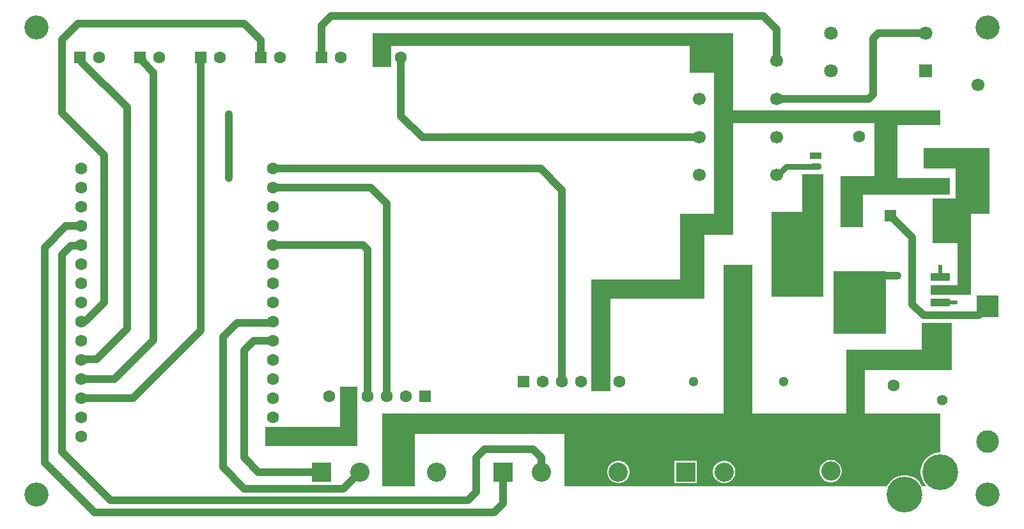
<source format=gbr>
%TF.GenerationSoftware,Altium Limited,Altium Designer,21.4.1 (30)*%
G04 Layer_Physical_Order=1*
G04 Layer_Color=255*
%FSLAX45Y45*%
%MOMM*%
%TF.SameCoordinates,B516314B-6D7E-4A12-AF4E-A3036E98B02D*%
%TF.FilePolarity,Positive*%
%TF.FileFunction,Copper,L1,Top,Signal*%
%TF.Part,Single*%
G01*
G75*
%TA.AperFunction,SMDPad,CuDef*%
%ADD10R,2.50000X1.02000*%
%ADD11R,6.99000X8.33000*%
%TA.AperFunction,Conductor*%
%ADD12C,1.00000*%
%ADD13C,0.50000*%
%ADD14C,0.80000*%
%TA.AperFunction,ComponentPad*%
%ADD15R,1.60000X0.90000*%
%ADD16O,1.60000X0.90000*%
%ADD17R,1.60000X1.60000*%
%ADD18C,1.60000*%
%ADD19R,2.55000X2.55000*%
%ADD20C,2.55000*%
%ADD21C,5.46000*%
%ADD22C,4.74000*%
%ADD23C,1.30000*%
%ADD24C,1.90000*%
%ADD25R,1.60000X1.60000*%
%ADD26C,1.70000*%
%ADD27C,3.20000*%
%ADD28C,1.80000*%
%ADD29R,1.80000X1.80000*%
%ADD30C,1.40000*%
%ADD31C,1.26900*%
%ADD32R,2.99999X2.99999*%
%ADD33C,2.99999*%
%TA.AperFunction,ViaPad*%
%ADD34C,0.60000*%
G36*
X9625000Y5500000D02*
X12375000D01*
Y5300000D01*
X11800000D01*
Y4600000D01*
X12500000D01*
Y4375000D01*
X11350000D01*
Y3950000D01*
X11050000D01*
Y4600000D01*
Y4625000D01*
X11500000D01*
Y5325000D01*
X9625000D01*
Y3850000D01*
X9250000D01*
Y3250000D01*
Y3000000D01*
X8000000D01*
Y1775000D01*
X7750000D01*
Y3250000D01*
X8925000D01*
Y4125000D01*
X9375000D01*
Y6000000D01*
X9050000D01*
Y6350000D01*
X5100000D01*
Y6075000D01*
X4850000D01*
Y6525000D01*
X9625000D01*
Y5500000D01*
D02*
G37*
G36*
X13025000Y4125000D02*
X12776200D01*
Y3048000D01*
X12242800D01*
Y3175000D01*
X12598400D01*
Y3733800D01*
X12268200D01*
Y4125000D01*
Y4325000D01*
X12575000D01*
Y4725000D01*
X12150000D01*
Y5000000D01*
X13025000D01*
Y4125000D01*
D02*
G37*
G36*
X10825000Y3025000D02*
X10134600D01*
Y4150000D01*
X10543540D01*
Y4653280D01*
X10825000D01*
Y3025000D01*
D02*
G37*
G36*
X4648200Y1041400D02*
X3429000D01*
Y1295400D01*
X4419600D01*
Y1828800D01*
X4648200D01*
Y1041400D01*
D02*
G37*
G36*
X9881000Y1473200D02*
X11125000D01*
Y2325000D01*
X12125000D01*
Y2675000D01*
X12525000D01*
Y2050000D01*
X11375000D01*
Y1473200D01*
X12375000D01*
Y957000D01*
X12344688D01*
X12295036Y947124D01*
X12248265Y927751D01*
X12206172Y899625D01*
X12170375Y863828D01*
X12142250Y821735D01*
X12122876Y774964D01*
X12113000Y725312D01*
Y674688D01*
X12122876Y625036D01*
X12142250Y578265D01*
X12170375Y536172D01*
X12186814Y519733D01*
X12181954Y508000D01*
X12133440D01*
X12127751Y521735D01*
X12099625Y563828D01*
X12063828Y599625D01*
X12021735Y627751D01*
X11974964Y647124D01*
X11925312Y657000D01*
X11874688D01*
X11825036Y647124D01*
X11778265Y627751D01*
X11736172Y599625D01*
X11700375Y563828D01*
X11672249Y521735D01*
X11666560Y508000D01*
X7391400D01*
Y1200000D01*
X5410200D01*
Y508000D01*
X4978400D01*
Y1473200D01*
X9500000D01*
Y3450000D01*
X9881000D01*
Y1473200D01*
D02*
G37*
%LPC*%
G36*
X10935228Y858700D02*
X10906172D01*
X10877676Y853032D01*
X10850833Y841913D01*
X10826674Y825771D01*
X10806129Y805226D01*
X10789987Y781067D01*
X10778868Y754224D01*
X10773200Y725728D01*
Y696672D01*
X10778868Y668176D01*
X10789987Y641333D01*
X10806129Y617174D01*
X10826674Y596629D01*
X10850833Y580487D01*
X10877676Y569368D01*
X10906172Y563700D01*
X10935228D01*
X10963724Y569368D01*
X10990567Y580487D01*
X11014726Y596629D01*
X11035271Y617174D01*
X11051413Y641333D01*
X11062532Y668176D01*
X11068200Y696672D01*
Y725728D01*
X11062532Y754224D01*
X11051413Y781067D01*
X11035271Y805226D01*
X11014726Y825771D01*
X10990567Y841913D01*
X10963724Y853032D01*
X10935228Y858700D01*
D02*
G37*
G36*
X9522528Y847500D02*
X9493473D01*
X9464976Y841832D01*
X9438133Y830713D01*
X9413974Y814571D01*
X9393429Y794026D01*
X9377287Y769867D01*
X9366168Y743024D01*
X9360500Y714528D01*
Y685473D01*
X9366168Y656976D01*
X9377287Y630133D01*
X9393429Y605974D01*
X9413974Y585429D01*
X9438133Y569287D01*
X9464976Y558169D01*
X9493473Y552500D01*
X9522528D01*
X9551024Y558169D01*
X9577867Y569287D01*
X9602026Y585429D01*
X9622571Y605974D01*
X9638713Y630133D01*
X9649832Y656976D01*
X9655500Y685473D01*
Y714528D01*
X9649832Y743024D01*
X9638713Y769867D01*
X9622571Y794026D01*
X9602026Y814571D01*
X9577867Y830713D01*
X9551024Y841832D01*
X9522528Y847500D01*
D02*
G37*
G36*
X9147500D02*
X8852500D01*
Y552500D01*
X9147500D01*
Y847500D01*
D02*
G37*
G36*
X8122528D02*
X8093473D01*
X8064976Y841832D01*
X8038133Y830713D01*
X8013974Y814571D01*
X7993429Y794026D01*
X7977287Y769867D01*
X7966168Y743024D01*
X7960500Y714528D01*
Y685473D01*
X7966168Y656976D01*
X7977287Y630133D01*
X7993429Y605974D01*
X8013974Y585429D01*
X8038133Y569287D01*
X8064976Y558169D01*
X8093473Y552500D01*
X8122528D01*
X8151024Y558169D01*
X8177867Y569287D01*
X8202026Y585429D01*
X8222571Y605974D01*
X8238713Y630133D01*
X8249832Y656976D01*
X8255500Y685473D01*
Y714528D01*
X8249832Y743024D01*
X8238713Y769867D01*
X8222571Y794026D01*
X8202026Y814571D01*
X8177867Y830713D01*
X8151024Y841832D01*
X8122528Y847500D01*
D02*
G37*
%LPD*%
D10*
X12369000Y2607000D02*
D03*
Y2777000D02*
D03*
Y2947000D02*
D03*
Y3117000D02*
D03*
Y3287000D02*
D03*
D11*
X11301500Y2947000D02*
D03*
D12*
Y3000500D01*
X11601000Y3300000D01*
X11800000D01*
X12148000Y2777000D02*
X12369000D01*
X11708000Y4100000D02*
X12000000Y3808000D01*
Y2925000D02*
Y3808000D01*
Y2925000D02*
X12148000Y2777000D01*
X12369000D02*
X12877000D01*
X13000000Y2900000D01*
X6584000Y284800D02*
Y700000D01*
X6459200Y160000D02*
X6584000Y284800D01*
X1170295Y160000D02*
X6459200D01*
X1773000Y6200000D02*
X1803000Y6170000D01*
Y6147200D02*
X1950000Y6000200D01*
X1803000Y6147200D02*
Y6170000D01*
X1950000Y2450000D02*
Y6000200D01*
X1003000Y6134400D02*
Y6170000D01*
X1600000Y2600000D02*
Y5537400D01*
X973000Y6200000D02*
X1003000Y6170000D01*
Y6134400D02*
X1600000Y5537400D01*
X736600Y3581400D02*
X857553Y3702353D01*
X736600Y963400D02*
Y3581400D01*
X857553Y3702353D02*
X984553D01*
X990600Y3708400D01*
X736600Y963400D02*
X1380000Y320000D01*
X508000Y3678000D02*
X792400Y3962400D01*
X508000Y822295D02*
X1170295Y160000D01*
X508000Y822295D02*
Y3678000D01*
X6223000Y431800D02*
Y889000D01*
X1380000Y320000D02*
X6111200D01*
X6223000Y431800D01*
X6334000Y1000000D02*
X6975600D01*
X6223000Y889000D02*
X6334000Y1000000D01*
X7087578Y704422D02*
X7092000Y700000D01*
X6975600Y1000000D02*
X7087578Y888022D01*
Y704422D02*
Y888022D01*
X11480800Y5708579D02*
Y6451600D01*
X11422221Y5650000D02*
X11480800Y5708579D01*
X11554200Y6525000D02*
X12175000D01*
X11480800Y6451600D02*
X11554200Y6525000D01*
X3530600Y3708400D02*
X4729421D01*
X4788000Y3649821D01*
Y1700000D02*
Y3649821D01*
X9525000Y5425000D02*
X9550000Y5400000D01*
X7075600Y4724400D02*
X7358000Y4442000D01*
X3530600Y4724400D02*
X7075600D01*
X7358000Y1900000D02*
Y4442000D01*
X10200000Y5650000D02*
X11422221D01*
X10200000Y6160000D02*
Y6575000D01*
X10025000Y6750000D02*
X10200000Y6575000D01*
X4300000Y6750000D02*
X10025000D01*
X4173000Y6623000D02*
X4300000Y6750000D01*
X4173000Y6200000D02*
Y6623000D01*
X5510000Y5140000D02*
X9180000D01*
X5227000Y5423000D02*
X5510000Y5140000D01*
X5227000Y5423000D02*
Y6200000D01*
X9180000Y5140000D02*
X9180000Y5140000D01*
X5042000Y1700000D02*
Y4258000D01*
X4829600Y4470400D02*
X5042000Y4258000D01*
X3530600Y4470400D02*
X4829600D01*
X3150000Y6650000D02*
X3373000Y6427000D01*
Y6200000D02*
Y6427000D01*
X950000Y6650000D02*
X3150000D01*
X1195880Y2195880D02*
X1600000Y2600000D01*
X990600Y2184400D02*
X1002080Y2195880D01*
X1195880D01*
X2573000Y2573000D02*
Y6200000D01*
X990600Y1676400D02*
X1676400D01*
X2573000Y2573000D01*
X990600Y1930400D02*
X1430400D01*
X1002080Y2703880D02*
X1053880D01*
X990600Y2692400D02*
X1002080Y2703880D01*
X1430400Y1930400D02*
X1950000Y2450000D01*
X1053880Y2703880D02*
X1300000Y2950000D01*
Y4900000D01*
X736600Y5463400D02*
X1300000Y4900000D01*
X736600Y5463400D02*
Y6436600D01*
X950000Y6650000D01*
X792400Y3962400D02*
X990600D01*
X2870000Y2490000D02*
X3060920Y2680920D01*
X3519120D01*
X2870000Y760000D02*
Y2490000D01*
Y760000D02*
X3150000Y480000D01*
X4464000D01*
X4684000Y700000D01*
X3519120Y2680920D02*
X3530600Y2692400D01*
X3276600Y2438400D02*
X3530600D01*
X3149600Y2311400D02*
X3276600Y2438400D01*
X3149600Y889000D02*
Y2311400D01*
Y889000D02*
X3338600Y700000D01*
X4176000D01*
X2950000Y4600000D02*
Y5450000D01*
D13*
X12369000Y2947000D02*
X12572000D01*
X12375000Y3293000D02*
Y3425000D01*
X12369000Y3287000D02*
X12375000Y3293000D01*
X12572000Y2947000D02*
X12575000Y2950000D01*
D14*
X10334154Y4749800D02*
X10718800D01*
X10224354Y4640000D02*
X10334154Y4749800D01*
X10200000Y4640000D02*
X10224354D01*
D15*
X10718800Y4899800D02*
D03*
D16*
Y4749800D02*
D03*
Y4599800D02*
D03*
D17*
X6850000Y1900000D02*
D03*
X5550000Y1700000D02*
D03*
X11708000Y4100000D02*
D03*
D18*
X7104000Y1900000D02*
D03*
X7358000D02*
D03*
X7612000D02*
D03*
X7866000D02*
D03*
X8120000D02*
D03*
X4280000Y1700000D02*
D03*
X4534000D02*
D03*
X4788000D02*
D03*
X5042000D02*
D03*
X5296000D02*
D03*
X1227000Y6200000D02*
D03*
X2027000D02*
D03*
X2827000D02*
D03*
X3627000D02*
D03*
X4427000D02*
D03*
X5227000D02*
D03*
X10500000Y3950000D02*
D03*
X11300000Y5150000D02*
D03*
X11750000Y1850000D02*
D03*
X11200000Y4100000D02*
D03*
X3530600Y1422400D02*
D03*
Y1676400D02*
D03*
Y1930400D02*
D03*
Y2184400D02*
D03*
Y2438400D02*
D03*
Y2692400D02*
D03*
Y2946400D02*
D03*
Y3200400D02*
D03*
Y3454400D02*
D03*
Y3708400D02*
D03*
Y3962400D02*
D03*
Y4216400D02*
D03*
Y4470400D02*
D03*
Y4724400D02*
D03*
X990600Y1168400D02*
D03*
Y1422400D02*
D03*
Y1676400D02*
D03*
Y1930400D02*
D03*
Y2184400D02*
D03*
Y2438400D02*
D03*
Y2692400D02*
D03*
Y2946400D02*
D03*
Y3200400D02*
D03*
Y3454400D02*
D03*
Y3708400D02*
D03*
Y3962400D02*
D03*
Y4216400D02*
D03*
Y4470400D02*
D03*
Y4724400D02*
D03*
D19*
X10412700Y711200D02*
D03*
X9000000Y700000D02*
D03*
X6584000D02*
D03*
X4176000D02*
D03*
D20*
X10920700Y711200D02*
D03*
X9508000Y700000D02*
D03*
X7092000D02*
D03*
X7600000D02*
D03*
X8108000D02*
D03*
X4684000D02*
D03*
X5192000D02*
D03*
X5700000D02*
D03*
D21*
X11900000Y1000000D02*
D03*
D22*
X12370000Y700000D02*
D03*
X11900000Y400000D02*
D03*
D23*
X10300000Y3120000D02*
D03*
X9100000D02*
D03*
X10300000Y1900000D02*
D03*
X9100000D02*
D03*
D24*
X9700000Y3320000D02*
D03*
D25*
X973000Y6200000D02*
D03*
X1773000D02*
D03*
X2573000D02*
D03*
X3373000D02*
D03*
X4173000D02*
D03*
X4973000D02*
D03*
X9090000Y3950000D02*
D03*
X11650000Y5150000D02*
D03*
X11250000Y1850000D02*
D03*
X3530600Y1168400D02*
D03*
D26*
X10200000Y5650000D02*
D03*
X9180000D02*
D03*
Y5140000D02*
D03*
X10200000D02*
D03*
X9180000Y4640000D02*
D03*
X10200000D02*
D03*
Y6160000D02*
D03*
X9180000D02*
D03*
X12875000Y4815000D02*
D03*
Y5835000D02*
D03*
D27*
X13000000Y6600000D02*
D03*
X400000Y400000D02*
D03*
X13000000D02*
D03*
X400000Y6600000D02*
D03*
D28*
X10925000Y6525000D02*
D03*
Y6025000D02*
D03*
X12175000Y6525000D02*
D03*
D29*
Y6025000D02*
D03*
D30*
X12250000Y5400000D02*
D03*
Y4892000D02*
D03*
X12400000Y1650000D02*
D03*
Y2158000D02*
D03*
D31*
X12375000Y4479000D02*
D03*
Y4225000D02*
D03*
Y3971000D02*
D03*
D32*
X13000000Y2900000D02*
D03*
D33*
Y1100000D02*
D03*
D34*
X11700000Y3300000D02*
D03*
X11800000D02*
D03*
X12375000Y3425000D02*
D03*
X12575000Y2950000D02*
D03*
X2950000Y4600000D02*
D03*
Y5450000D02*
D03*
%TF.MD5,95efc9831f18bdd1c312e9735053e64d*%
M02*

</source>
